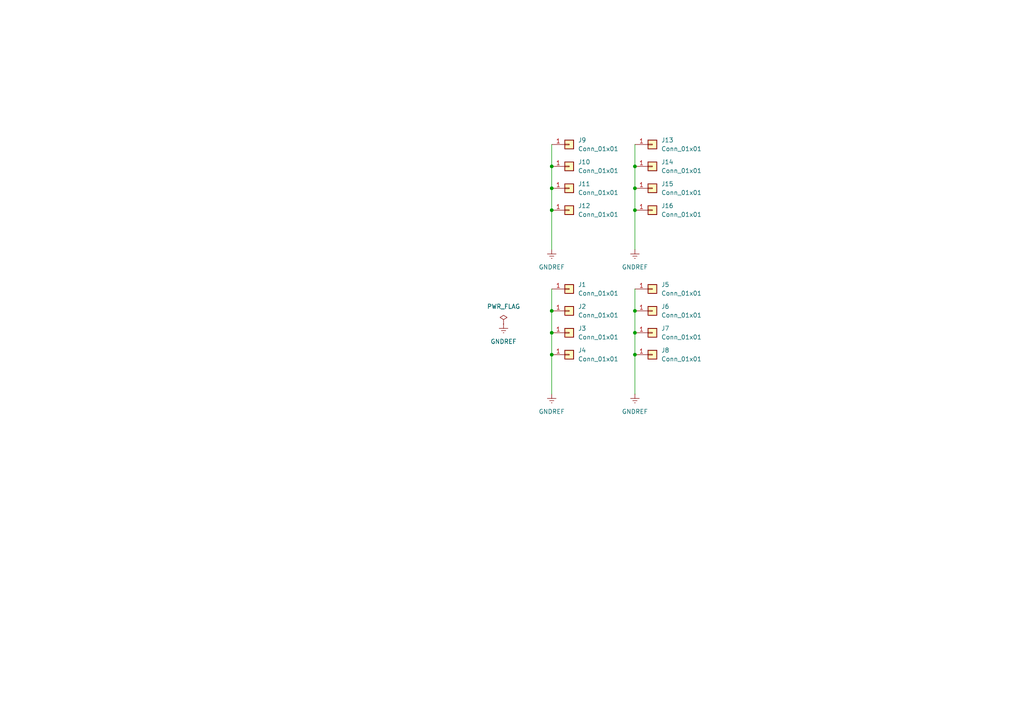
<source format=kicad_sch>
(kicad_sch (version 20250114) (generator "eeschema") (generator_version "9.0")
  (paper "A4")
  (lib_symbols
    (symbol "Connector_Generic:Conn_01x01" (pin_names (offset 1.016) (hide yes))
      (property "Reference" "J" (at 0 2.54 0))
      (property "Value" "Conn_01x01" (at 0 -2.54 0))
      (symbol "Conn_01x01_1_1"
        (rectangle (start -1.27 1.27) (end 1.27 -1.27) (stroke (width 0.254)) (fill (type background)))
        (rectangle (start -1.27 0.127) (end 0 -0.127) (stroke (width 0.1524)))
        (pin passive line (at -5.08 0 0) (length 3.81) (name "Pin_1") (number "1"))
      )
    )
    (symbol "power:GNDREF" (power) (pin_numbers (hide yes)) (pin_names (offset 0) (hide yes))
      (property "Value" "GNDREF" (at 0 -3.81 0))
      (symbol "GNDREF_0_1"
        (polyline (pts (xy -0.635 -1.905) (xy 0.635 -1.905)))
        (polyline (pts (xy -0.127 -2.54) (xy 0.127 -2.54)))
        (polyline (pts (xy 0 -1.27) (xy 0 0)))
        (polyline (pts (xy 1.27 -1.27) (xy -1.27 -1.27)))
      )
      (symbol "GNDREF_1_1"
        (pin power_in line (at 0 0 270) (length 0) (name "~") (number "1"))
      )
    )
    (symbol "power:PWR_FLAG" (power) (pin_numbers (hide yes)) (pin_names (offset 0) (hide yes))
      (property "Value" "PWR_FLAG" (at 0 3.81 0))
      (symbol "PWR_FLAG_0_0"
        (pin power_out line (at 0 0 90) (length 0) (name "~") (number "1"))
      )
      (symbol "PWR_FLAG_0_1"
        (polyline (pts (xy 0 0) (xy 0 1.27) (xy -1.016 1.905) (xy 0 2.54) (xy 1.016 1.905) (xy 0 1.27)))
      )
    )
  )
  (junction (at 184.15 102.87))
  (junction (at 184.15 90.17))
  (junction (at 160.02 102.87))
  (junction (at 160.02 48.26))
  (junction (at 160.02 96.52))
  (junction (at 184.15 60.96))
  (junction (at 160.02 90.17))
  (junction (at 160.02 54.61))
  (junction (at 184.15 48.26))
  (junction (at 184.15 54.61))
  (junction (at 160.02 60.96))
  (junction (at 184.15 96.52))
  (wire (pts (xy 184.15 96.52) (xy 184.15 102.87)))
  (wire (pts (xy 160.02 114.3) (xy 160.02 102.87)))
  (wire (pts (xy 160.02 96.52) (xy 160.02 102.87)))
  (wire (pts (xy 184.15 72.39) (xy 184.15 60.96)))
  (wire (pts (xy 160.02 72.39) (xy 160.02 60.96)))
  (wire (pts (xy 160.02 48.26) (xy 160.02 54.61)))
  (wire (pts (xy 184.15 90.17) (xy 184.15 96.52)))
  (wire (pts (xy 160.02 54.61) (xy 160.02 60.96)))
  (wire (pts (xy 184.15 41.91) (xy 184.15 48.26)))
  (wire (pts (xy 160.02 90.17) (xy 160.02 96.52)))
  (wire (pts (xy 184.15 54.61) (xy 184.15 60.96)))
  (wire (pts (xy 184.15 83.82) (xy 184.15 90.17)))
  (wire (pts (xy 184.15 48.26) (xy 184.15 54.61)))
  (wire (pts (xy 184.15 114.3) (xy 184.15 102.87)))
  (wire (pts (xy 160.02 41.91) (xy 160.02 48.26)))
  (wire (pts (xy 160.02 83.82) (xy 160.02 90.17)))
  (symbol (lib_id "power:GNDREF") (at 184.15 114.3 0) (unit 1)
    (property "Reference" "#PWR03" (effects (hide yes)))
    (property "Value" "GNDREF" (at 184.15 119.38 0))
    (property "Description" "Power symbol creates a global label with name \"GNDREF\" , reference supply ground" (effects (hide yes)))
  )
  (symbol (lib_id "power:GNDREF") (at 184.15 72.39 0) (unit 1)
    (property "Reference" "#PWR05" (effects (hide yes)))
    (property "Value" "GNDREF" (at 184.15 77.47 0))
    (property "Description" "Power symbol creates a global label with name \"GNDREF\" , reference supply ground" (effects (hide yes)))
  )
  (symbol (lib_id "Connector_Generic:Conn_01x01") (at 165.1 83.82 0) (unit 1)
    (property "Reference" "J1" (at 167.64 82.5499 0) (effects (justify left)))
    (property "Value" "Conn_01x01" (at 167.64 85.0899 0) (effects (justify left)))
    (property "Footprint" "synth-gfx:jack-input" (effects (hide yes)))
    (property "Description" "Generic connector, single row, 01x01, script generated (kicad-library-utils/schlib/autogen/connector/)" (effects (hide yes)))
  )
  (symbol (lib_id "Connector_Generic:Conn_01x01") (at 165.1 102.87 0) (unit 1)
    (property "Reference" "J4" (at 167.64 101.5999 0) (effects (justify left)))
    (property "Value" "Conn_01x01" (at 167.64 104.1399 0) (effects (justify left)))
    (property "Footprint" "synth-gfx:jack-input" (effects (hide yes)))
    (property "Description" "Generic connector, single row, 01x01, script generated (kicad-library-utils/schlib/autogen/connector/)" (effects (hide yes)))
  )
  (symbol (lib_id "Connector_Generic:Conn_01x01") (at 165.1 54.61 0) (unit 1)
    (property "Reference" "J11" (at 167.64 53.3399 0) (effects (justify left)))
    (property "Value" "Conn_01x01" (at 167.64 55.8799 0) (effects (justify left)))
    (property "Footprint" "synth-gfx:jack-input" (effects (hide yes)))
    (property "Description" "Generic connector, single row, 01x01, script generated (kicad-library-utils/schlib/autogen/connector/)" (effects (hide yes)))
  )
  (symbol (lib_id "Connector_Generic:Conn_01x01") (at 165.1 48.26 0) (unit 1)
    (property "Reference" "J10" (at 167.64 46.9899 0) (effects (justify left)))
    (property "Value" "Conn_01x01" (at 167.64 49.5299 0) (effects (justify left)))
    (property "Footprint" "synth-gfx:jack-input" (effects (hide yes)))
    (property "Description" "Generic connector, single row, 01x01, script generated (kicad-library-utils/schlib/autogen/connector/)" (effects (hide yes)))
  )
  (symbol (lib_id "Connector_Generic:Conn_01x01") (at 189.23 96.52 0) (unit 1)
    (property "Reference" "J7" (at 191.77 95.2499 0) (effects (justify left)))
    (property "Value" "Conn_01x01" (at 191.77 97.7899 0) (effects (justify left)))
    (property "Footprint" "synth-gfx:jack-output" (effects (hide yes)))
    (property "Description" "Generic connector, single row, 01x01, script generated (kicad-library-utils/schlib/autogen/connector/)" (effects (hide yes)))
  )
  (symbol (lib_id "Connector_Generic:Conn_01x01") (at 189.23 102.87 0) (unit 1)
    (property "Reference" "J8" (at 191.77 101.5999 0) (effects (justify left)))
    (property "Value" "Conn_01x01" (at 191.77 104.1399 0) (effects (justify left)))
    (property "Footprint" "synth-gfx:jack-output" (effects (hide yes)))
    (property "Description" "Generic connector, single row, 01x01, script generated (kicad-library-utils/schlib/autogen/connector/)" (effects (hide yes)))
  )
  (symbol (lib_id "Connector_Generic:Conn_01x01") (at 189.23 83.82 0) (unit 1)
    (property "Reference" "J5" (at 191.77 82.5499 0) (effects (justify left)))
    (property "Value" "Conn_01x01" (at 191.77 85.0899 0) (effects (justify left)))
    (property "Footprint" "synth-gfx:jack-output" (effects (hide yes)))
    (property "Description" "Generic connector, single row, 01x01, script generated (kicad-library-utils/schlib/autogen/connector/)" (effects (hide yes)))
  )
  (symbol (lib_id "power:GNDREF") (at 160.02 114.3 0) (unit 1)
    (property "Reference" "#PWR02" (effects (hide yes)))
    (property "Value" "GNDREF" (at 160.02 119.38 0))
    (property "Description" "Power symbol creates a global label with name \"GNDREF\" , reference supply ground" (effects (hide yes)))
  )
  (symbol (lib_id "Connector_Generic:Conn_01x01") (at 189.23 90.17 0) (unit 1)
    (property "Reference" "J6" (at 191.77 88.8999 0) (effects (justify left)))
    (property "Value" "Conn_01x01" (at 191.77 91.4399 0) (effects (justify left)))
    (property "Footprint" "synth-gfx:jack-output" (effects (hide yes)))
    (property "Description" "Generic connector, single row, 01x01, script generated (kicad-library-utils/schlib/autogen/connector/)" (effects (hide yes)))
  )
  (symbol (lib_id "Connector_Generic:Conn_01x01") (at 165.1 90.17 0) (unit 1)
    (property "Reference" "J2" (at 167.64 88.8999 0) (effects (justify left)))
    (property "Value" "Conn_01x01" (at 167.64 91.4399 0) (effects (justify left)))
    (property "Footprint" "synth-gfx:jack-input" (effects (hide yes)))
    (property "Description" "Generic connector, single row, 01x01, script generated (kicad-library-utils/schlib/autogen/connector/)" (effects (hide yes)))
  )
  (symbol (lib_id "Connector_Generic:Conn_01x01") (at 165.1 60.96 0) (unit 1)
    (property "Reference" "J12" (at 167.64 59.6899 0) (effects (justify left)))
    (property "Value" "Conn_01x01" (at 167.64 62.2299 0) (effects (justify left)))
    (property "Footprint" "synth-gfx:jack-input" (effects (hide yes)))
    (property "Description" "Generic connector, single row, 01x01, script generated (kicad-library-utils/schlib/autogen/connector/)" (effects (hide yes)))
  )
  (symbol (lib_id "Connector_Generic:Conn_01x01") (at 189.23 60.96 0) (unit 1)
    (property "Reference" "J16" (at 191.77 59.6899 0) (effects (justify left)))
    (property "Value" "Conn_01x01" (at 191.77 62.2299 0) (effects (justify left)))
    (property "Footprint" "synth-gfx:jack-output" (effects (hide yes)))
    (property "Description" "Generic connector, single row, 01x01, script generated (kicad-library-utils/schlib/autogen/connector/)" (effects (hide yes)))
  )
  (symbol (lib_id "Connector_Generic:Conn_01x01") (at 165.1 41.91 0) (unit 1)
    (property "Reference" "J9" (at 167.64 40.6399 0) (effects (justify left)))
    (property "Value" "Conn_01x01" (at 167.64 43.1799 0) (effects (justify left)))
    (property "Footprint" "synth-gfx:jack-input" (effects (hide yes)))
    (property "Description" "Generic connector, single row, 01x01, script generated (kicad-library-utils/schlib/autogen/connector/)" (effects (hide yes)))
  )
  (symbol (lib_id "power:GNDREF") (at 146.05 93.98 0) (unit 1)
    (property "Reference" "#PWR01" (effects (hide yes)))
    (property "Value" "GNDREF" (at 146.05 99.06 0))
    (property "Description" "Power symbol creates a global label with name \"GNDREF\" , reference supply ground" (effects (hide yes)))
  )
  (symbol (lib_id "Connector_Generic:Conn_01x01") (at 189.23 41.91 0) (unit 1)
    (property "Reference" "J13" (at 191.77 40.6399 0) (effects (justify left)))
    (property "Value" "Conn_01x01" (at 191.77 43.1799 0) (effects (justify left)))
    (property "Footprint" "synth-gfx:jack-output" (effects (hide yes)))
    (property "Description" "Generic connector, single row, 01x01, script generated (kicad-library-utils/schlib/autogen/connector/)" (effects (hide yes)))
  )
  (symbol (lib_id "power:GNDREF") (at 160.02 72.39 0) (unit 1)
    (property "Reference" "#PWR04" (effects (hide yes)))
    (property "Value" "GNDREF" (at 160.02 77.47 0))
    (property "Description" "Power symbol creates a global label with name \"GNDREF\" , reference supply ground" (effects (hide yes)))
  )
  (symbol (lib_id "Connector_Generic:Conn_01x01") (at 189.23 54.61 0) (unit 1)
    (property "Reference" "J15" (at 191.77 53.3399 0) (effects (justify left)))
    (property "Value" "Conn_01x01" (at 191.77 55.8799 0) (effects (justify left)))
    (property "Footprint" "synth-gfx:jack-output" (effects (hide yes)))
    (property "Description" "Generic connector, single row, 01x01, script generated (kicad-library-utils/schlib/autogen/connector/)" (effects (hide yes)))
  )
  (symbol (lib_id "Connector_Generic:Conn_01x01") (at 189.23 48.26 0) (unit 1)
    (property "Reference" "J14" (at 191.77 46.9899 0) (effects (justify left)))
    (property "Value" "Conn_01x01" (at 191.77 49.5299 0) (effects (justify left)))
    (property "Footprint" "synth-gfx:jack-output" (effects (hide yes)))
    (property "Description" "Generic connector, single row, 01x01, script generated (kicad-library-utils/schlib/autogen/connector/)" (effects (hide yes)))
  )
  (symbol (lib_id "power:PWR_FLAG") (at 146.05 93.98 0) (unit 1)
    (property "Reference" "#FLG01" (effects (hide yes)))
    (property "Value" "PWR_FLAG" (at 146.05 88.9 0))
    (property "Description" "Special symbol for telling ERC where power comes from" (effects (hide yes)))
  )
  (symbol (lib_id "Connector_Generic:Conn_01x01") (at 165.1 96.52 0) (unit 1)
    (property "Reference" "J3" (at 167.64 95.2499 0) (effects (justify left)))
    (property "Value" "Conn_01x01" (at 167.64 97.7899 0) (effects (justify left)))
    (property "Footprint" "synth-gfx:jack-input" (effects (hide yes)))
    (property "Description" "Generic connector, single row, 01x01, script generated (kicad-library-utils/schlib/autogen/connector/)" (effects (hide yes)))
  )
)
</source>
